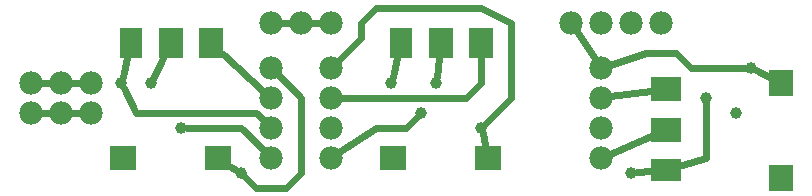
<source format=gtl>
G04 MADE WITH FRITZING*
G04 WWW.FRITZING.ORG*
G04 DOUBLE SIDED*
G04 HOLES PLATED*
G04 CONTOUR ON CENTER OF CONTOUR VECTOR*
%ASAXBY*%
%FSLAX23Y23*%
%MOIN*%
%OFA0B0*%
%SFA1.0B1.0*%
%ADD10C,0.078000*%
%ADD11C,0.039370*%
%ADD12R,0.088792X0.078736*%
%ADD13R,0.078750X0.098417*%
%ADD14R,0.088778X0.078736*%
%ADD15R,0.078208X0.098417*%
%ADD16R,0.078736X0.088792*%
%ADD17R,0.098417X0.078750*%
%ADD18R,0.078736X0.088778*%
%ADD19R,0.098417X0.078208*%
%ADD20C,0.024000*%
%ADD21R,0.001000X0.001000*%
%LNCOPPER1*%
G90*
G70*
G54D10*
X869Y439D03*
X869Y339D03*
X869Y239D03*
X869Y139D03*
X1069Y439D03*
X1069Y339D03*
X1069Y239D03*
X1069Y139D03*
X1969Y439D03*
X1969Y339D03*
X1969Y239D03*
X1969Y139D03*
X869Y589D03*
X969Y589D03*
X1069Y589D03*
X1869Y589D03*
X1969Y589D03*
X2069Y589D03*
X2169Y589D03*
G54D11*
X569Y239D03*
X469Y389D03*
X369Y389D03*
X769Y89D03*
X1369Y289D03*
X1569Y239D03*
X1269Y389D03*
X1419Y389D03*
X2469Y439D03*
X2069Y89D03*
X2419Y289D03*
X2319Y339D03*
G54D10*
X69Y389D03*
X169Y389D03*
X269Y389D03*
X69Y289D03*
X169Y289D03*
X269Y289D03*
G54D12*
X1592Y139D03*
G54D13*
X1435Y521D03*
G54D14*
X1274Y139D03*
G54D13*
X1570Y521D03*
G54D15*
X1301Y521D03*
G54D16*
X2569Y389D03*
G54D17*
X2187Y232D03*
G54D18*
X2569Y71D03*
G54D17*
X2187Y367D03*
G54D19*
X2187Y98D03*
G54D12*
X692Y139D03*
G54D13*
X535Y521D03*
G54D14*
X374Y139D03*
G54D13*
X670Y521D03*
G54D15*
X401Y521D03*
G54D20*
X939Y589D02*
X900Y589D01*
D02*
X1039Y589D02*
X1000Y589D01*
D02*
X1953Y464D02*
X1886Y564D01*
D02*
X819Y39D02*
X783Y75D01*
D02*
X969Y339D02*
X969Y89D01*
D02*
X969Y89D02*
X919Y39D01*
D02*
X753Y99D02*
X737Y109D01*
D02*
X891Y418D02*
X969Y339D01*
D02*
X919Y39D02*
X819Y39D01*
D02*
X847Y359D02*
X710Y484D01*
D02*
X469Y389D02*
X510Y471D01*
D02*
X848Y160D02*
X769Y239D01*
D02*
X769Y239D02*
X588Y239D01*
D02*
X374Y407D02*
X389Y471D01*
D02*
X419Y289D02*
X378Y372D01*
D02*
X819Y289D02*
X419Y289D01*
D02*
X848Y260D02*
X819Y289D01*
D02*
X1319Y239D02*
X1219Y239D01*
D02*
X1219Y239D02*
X1095Y156D01*
D02*
X1356Y275D02*
X1319Y239D01*
D02*
X1319Y339D02*
X1519Y339D01*
D02*
X1519Y339D02*
X1569Y389D01*
D02*
X1569Y389D02*
X1570Y471D01*
D02*
X1100Y339D02*
X1319Y339D01*
D02*
X1274Y407D02*
X1289Y471D01*
D02*
X1422Y408D02*
X1429Y471D01*
D02*
X1969Y139D02*
X2136Y210D01*
D02*
X1999Y343D02*
X2136Y360D01*
D02*
X2486Y430D02*
X2529Y409D01*
D02*
X2269Y439D02*
X2450Y439D01*
D02*
X2219Y489D02*
X2269Y439D01*
D02*
X1969Y439D02*
X2119Y489D01*
D02*
X2119Y489D02*
X2219Y489D01*
D02*
X2088Y90D02*
X2136Y94D01*
D02*
X2238Y114D02*
X2319Y139D01*
D02*
X2319Y139D02*
X2319Y320D01*
D02*
X1574Y220D02*
X1583Y180D01*
D02*
X1670Y589D02*
X1670Y338D01*
D02*
X1570Y639D02*
X1670Y589D01*
D02*
X1670Y338D02*
X1583Y252D01*
D02*
X1219Y639D02*
X1570Y639D01*
D02*
X1169Y589D02*
X1219Y639D01*
D02*
X1169Y539D02*
X1169Y589D01*
D02*
X1091Y460D02*
X1169Y539D01*
D02*
X139Y289D02*
X100Y289D01*
D02*
X239Y289D02*
X200Y289D01*
D02*
X200Y389D02*
X239Y389D01*
D02*
X100Y389D02*
X139Y389D01*
G54D21*
D02*
G04 End of Copper1*
M02*
</source>
